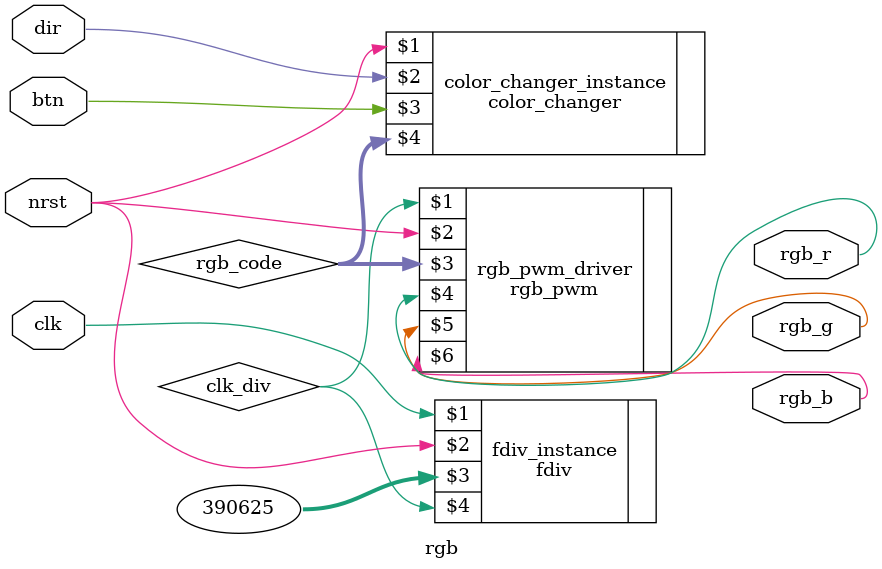
<source format=v>
`timescale 1ns / 1ps


module rgb(
    input clk,
    input nrst,
    input dir,
    input btn,
    output rgb_r,
    output rgb_g,
    output rgb_b
    );
    
    
    wire [23:0] rgb_code;
    localparam DIV_N = 32'd390625;
    color_changer color_changer_instance(nrst, dir, btn, rgb_code);
    fdiv fdiv_instance(clk, nrst, DIV_N, clk_div);
    rgb_pwm rgb_pwm_driver(clk_div, nrst, rgb_code, rgb_r, rgb_g, rgb_b);
endmodule

</source>
